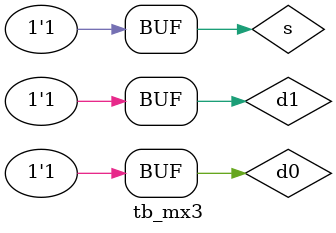
<source format=v>
`timescale 1ns/100ps

module tb_mx3;
   reg d0,d1,s;
   wire y;
   
   mx2 mx(.d0(d0),.d1(d1),.s(s),.y(y));
   
   initial begin
      d0=0; d1=0; s=0;
      #10;   d0=0; d1=0; s=1;
      #10;   d0=0; d1=1; s=0;
      #10;   d0=0; d1=1; s=1;
      #10;   d0=1; d1=0; s=0;
      #10;   d0=1; d1=0; s=1;
      #10;   d0=1; d1=1; s=0;
      #10;   d0=1; d1=1; s=1;
   end
endmodule
</source>
